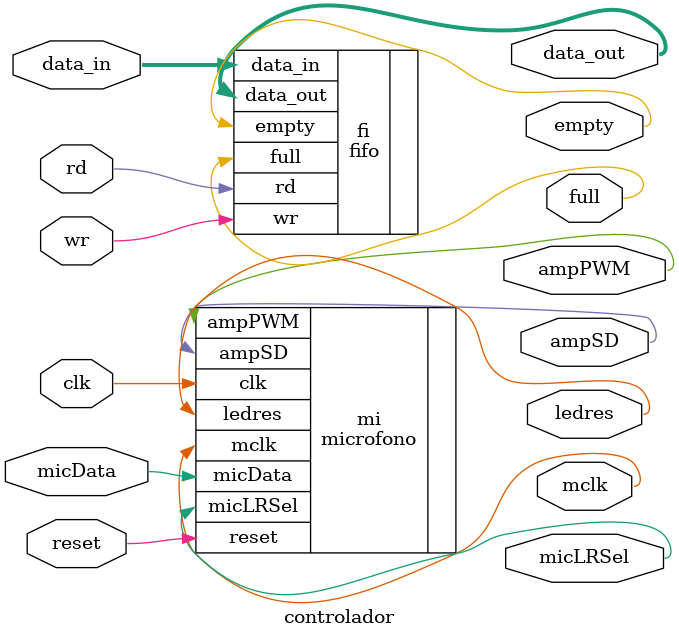
<source format=v>
module controlador #(
  	parameter adr_width = 12,
	parameter dat_width = 16
   )
(
	input 		reset,	
	output 		ledres,
	input		clk,
	output		mclk,
	output    reg   micLRSel,
        input           micData,    
        output      reg    ampPWM,
        output   reg       ampSD,
  	input  rd, wr,
    	input  [dat_width-1:0] data_in,
    output [dat_width-1:0] data_out,
    output empty,
    output full
   );

fifo fi(.data_out(data_out),.rd(rd),.wr(wr),.data_in(data_in),.empty(empty),.rd(rd),.wr(wr),.full(full));

microfono mi(.clk(clk),.reset(reset),.mclk(mclk),.micLRSel(micLRSel),.micData(micData),.ledres(ledres),.ampPWM(ampPWM),.ampSD(ampSD));

endmodule

</source>
